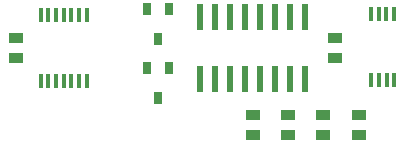
<source format=gts>
G04 (created by PCBNEW (2013-07-07 BZR 4022)-stable) date 2014-07-07 10:16:25 AM*
%MOIN*%
G04 Gerber Fmt 3.4, Leading zero omitted, Abs format*
%FSLAX34Y34*%
G01*
G70*
G90*
G04 APERTURE LIST*
%ADD10C,0.00590551*%
%ADD11R,0.0118X0.0512*%
%ADD12R,0.0276X0.0394*%
%ADD13R,0.0236X0.0866*%
%ADD14R,0.045X0.032*%
G04 APERTURE END LIST*
G54D10*
G54D11*
X34663Y-44367D03*
X34913Y-44367D03*
X35173Y-44367D03*
X35423Y-44367D03*
X35423Y-42167D03*
X35168Y-42167D03*
X34913Y-42167D03*
X34658Y-42167D03*
G54D12*
X27559Y-44988D03*
X27184Y-43988D03*
X27934Y-43988D03*
X27559Y-43019D03*
X27184Y-42019D03*
X27934Y-42019D03*
G54D13*
X28958Y-44330D03*
X29458Y-44330D03*
X29958Y-44330D03*
X30458Y-44330D03*
X30958Y-44330D03*
X31458Y-44330D03*
X31958Y-44330D03*
X32458Y-44330D03*
X32458Y-42284D03*
X31958Y-42284D03*
X31458Y-42284D03*
X30958Y-42284D03*
X30458Y-42284D03*
X29958Y-42284D03*
X29458Y-42284D03*
X28958Y-42284D03*
G54D14*
X33464Y-42972D03*
X33464Y-43642D03*
X31889Y-46201D03*
X31889Y-45531D03*
X34251Y-45531D03*
X34251Y-46201D03*
X33070Y-45531D03*
X33070Y-46201D03*
X30708Y-45531D03*
X30708Y-46201D03*
X22834Y-43642D03*
X22834Y-42972D03*
G54D11*
X23649Y-44407D03*
X23899Y-44407D03*
X24159Y-44407D03*
X24409Y-44407D03*
X24669Y-44407D03*
X24924Y-44407D03*
X25179Y-44407D03*
X25179Y-42207D03*
X24924Y-42207D03*
X24669Y-42207D03*
X24409Y-42207D03*
X24154Y-42207D03*
X23899Y-42207D03*
X23644Y-42207D03*
M02*

</source>
